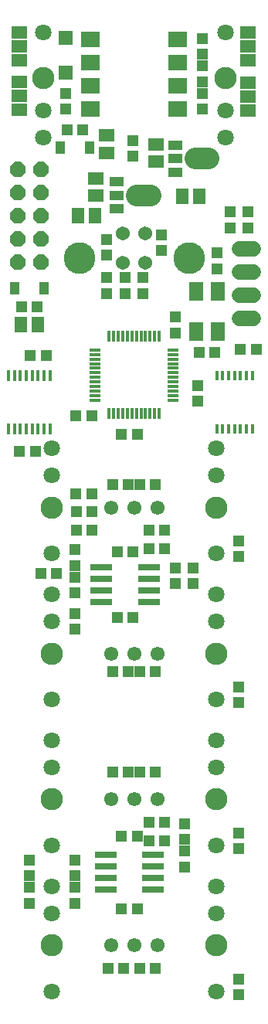
<source format=gbr>
G04 EAGLE Gerber RS-274X export*
G75*
%MOMM*%
%FSLAX34Y34*%
%LPD*%
%INSoldermask Bottom*%
%IPPOS*%
%AMOC8*
5,1,8,0,0,1.08239X$1,22.5*%
G01*
%ADD10C,1.802400*%
%ADD11C,2.438400*%
%ADD12R,1.152400X0.352400*%
%ADD13R,0.352400X1.152400*%
%ADD14C,1.532400*%
%ADD15C,3.468400*%
%ADD16C,1.552400*%
%ADD17R,0.450000X1.000000*%
%ADD18R,0.457200X1.143000*%
%ADD19R,1.252400X1.152400*%
%ADD20C,2.352400*%
%ADD21R,1.575000X1.050000*%
%ADD22R,1.202400X1.232400*%
%ADD23R,1.652400X1.452400*%
%ADD24R,1.452400X1.652400*%
%ADD25R,1.062400X1.372400*%
%ADD26R,1.152400X1.252400*%
%ADD27R,1.232400X1.202400*%
%ADD28R,1.552400X2.052400*%
%ADD29P,1.814519X8X112.500000*%
%ADD30C,1.676400*%
%ADD31R,2.352400X0.752400*%
%ADD32R,2.152400X1.752400*%
%ADD33R,1.552400X1.552400*%
%ADD34R,1.752600X1.320800*%


D10*
X55000Y495000D03*
X55000Y580000D03*
X55000Y610000D03*
D11*
X55000Y545000D03*
D10*
X55000Y335000D03*
X55000Y420000D03*
X55000Y450000D03*
D11*
X55000Y385000D03*
D10*
X55000Y175000D03*
X55000Y260000D03*
X55000Y290000D03*
D11*
X55000Y225000D03*
D10*
X55000Y15000D03*
X55000Y100000D03*
X55000Y130000D03*
D11*
X55000Y65000D03*
D10*
X235000Y495000D03*
X235000Y580000D03*
X235000Y610000D03*
D11*
X235000Y545000D03*
D10*
X235000Y335000D03*
X235000Y420000D03*
X235000Y450000D03*
D11*
X235000Y385000D03*
D10*
X235000Y175000D03*
X235000Y260000D03*
X235000Y290000D03*
D11*
X235000Y225000D03*
D10*
X235000Y15000D03*
X235000Y100000D03*
X235000Y130000D03*
D11*
X235000Y65000D03*
D12*
X187500Y717500D03*
X187500Y712500D03*
X187500Y707500D03*
X187500Y702500D03*
X187500Y697500D03*
X187500Y692500D03*
X187500Y687500D03*
X187500Y682500D03*
X187500Y677500D03*
X187500Y672500D03*
X187500Y667500D03*
X187500Y662500D03*
D13*
X172500Y647500D03*
X167500Y647500D03*
X162500Y647500D03*
X157500Y647500D03*
X152500Y647500D03*
X147500Y647500D03*
X142500Y647500D03*
X137500Y647500D03*
X132500Y647500D03*
X127500Y647500D03*
X122500Y647500D03*
X117500Y647500D03*
D12*
X102500Y662500D03*
X102500Y667500D03*
X102500Y672500D03*
X102500Y677500D03*
X102500Y682500D03*
X102500Y687500D03*
X102500Y692500D03*
X102500Y697500D03*
X102500Y702500D03*
X102500Y707500D03*
X102500Y712500D03*
X102500Y717500D03*
D13*
X117500Y732500D03*
X122500Y732500D03*
X127500Y732500D03*
X132500Y732500D03*
X137500Y732500D03*
X142500Y732500D03*
X147500Y732500D03*
X152500Y732500D03*
X157500Y732500D03*
X162500Y732500D03*
X167500Y732500D03*
X172500Y732500D03*
D14*
X132500Y845000D03*
X157500Y845000D03*
X157500Y813000D03*
X132500Y813000D03*
D15*
X84800Y818000D03*
X205200Y818000D03*
D16*
X170400Y545000D03*
X145000Y545000D03*
X119600Y545000D03*
X170400Y385000D03*
X145000Y385000D03*
X119600Y385000D03*
X170400Y225000D03*
X145000Y225000D03*
X119600Y225000D03*
X170400Y65000D03*
X145000Y65000D03*
X119600Y65000D03*
D17*
X274500Y630750D03*
X268000Y630750D03*
X261500Y630750D03*
X255000Y630750D03*
X248500Y630750D03*
X242000Y630750D03*
X235500Y630750D03*
X235500Y689250D03*
X242000Y689250D03*
X248500Y689250D03*
X255000Y689250D03*
X261500Y689250D03*
X268000Y689250D03*
X274500Y689250D03*
D18*
X52750Y630822D03*
X46250Y630822D03*
X39750Y630822D03*
X33250Y630822D03*
X26750Y630822D03*
X20250Y630822D03*
X13750Y630822D03*
X7250Y630822D03*
X7250Y689178D03*
X13750Y689178D03*
X20250Y689178D03*
X26750Y689178D03*
X33250Y689178D03*
X39750Y689178D03*
X46250Y689178D03*
X52750Y689178D03*
D19*
X260000Y508500D03*
X260000Y491500D03*
X260000Y348500D03*
X260000Y331500D03*
X260000Y188500D03*
X260000Y171500D03*
X260000Y28500D03*
X260000Y11500D03*
D20*
X162900Y887000D02*
X147900Y887000D01*
D21*
X126125Y872000D03*
X126125Y902000D03*
X126125Y887000D03*
D20*
X211900Y927000D02*
X226900Y927000D01*
D21*
X190125Y912000D03*
X190125Y942000D03*
X190125Y927000D03*
D22*
X278750Y718000D03*
X261250Y718000D03*
D23*
X103000Y905500D03*
X103000Y886500D03*
D24*
X102500Y865000D03*
X83500Y865000D03*
X197500Y886000D03*
X216500Y886000D03*
D23*
X169000Y942500D03*
X169000Y923500D03*
D24*
X20500Y745000D03*
X39500Y745000D03*
D23*
X115000Y952500D03*
X115000Y933500D03*
D25*
X63750Y939000D03*
X96250Y939000D03*
X46250Y785000D03*
X13750Y785000D03*
D26*
X71500Y959000D03*
X88500Y959000D03*
X21500Y765000D03*
X38500Y765000D03*
D19*
X144000Y946500D03*
X144000Y929500D03*
D27*
X250000Y851250D03*
X250000Y868750D03*
D28*
X237000Y782000D03*
X237000Y738000D03*
X213000Y738000D03*
X213000Y782000D03*
D22*
X216250Y715000D03*
X233750Y715000D03*
D27*
X236000Y806250D03*
X236000Y823750D03*
D29*
X42700Y814200D03*
X42700Y839600D03*
X42700Y865000D03*
X42700Y890400D03*
X42700Y915800D03*
X17300Y814200D03*
X17300Y839600D03*
X17300Y865000D03*
X17300Y890400D03*
X17300Y915800D03*
D30*
X260380Y751900D02*
X275620Y751900D01*
X275620Y777300D02*
X260380Y777300D01*
X260380Y802700D02*
X275620Y802700D01*
X275620Y828100D02*
X260380Y828100D01*
D31*
X161000Y466350D03*
X109000Y466350D03*
X161000Y479050D03*
X161000Y453650D03*
X161000Y440950D03*
X109000Y479050D03*
X109000Y453650D03*
X109000Y440950D03*
X166000Y151350D03*
X114000Y151350D03*
X166000Y164050D03*
X166000Y138650D03*
X166000Y125950D03*
X114000Y164050D03*
X114000Y138650D03*
X114000Y125950D03*
D26*
X178500Y500000D03*
X161500Y500000D03*
X178500Y520000D03*
X161500Y520000D03*
D19*
X210000Y478500D03*
X210000Y461500D03*
D27*
X190000Y478750D03*
X190000Y461250D03*
D19*
X80000Y428500D03*
X80000Y411500D03*
D26*
X59500Y473000D03*
X42500Y473000D03*
D19*
X80000Y498500D03*
X80000Y481500D03*
D27*
X80000Y468750D03*
X80000Y451250D03*
D26*
X178500Y180000D03*
X161500Y180000D03*
X178500Y200000D03*
X161500Y200000D03*
D19*
X200000Y198500D03*
X200000Y181500D03*
D27*
X200000Y168750D03*
X200000Y151250D03*
D19*
X80000Y128500D03*
X80000Y111500D03*
X30000Y128500D03*
X30000Y111500D03*
X30000Y158500D03*
X30000Y141500D03*
D27*
X80000Y158750D03*
X80000Y141250D03*
D22*
X148750Y625000D03*
X131250Y625000D03*
D27*
X215000Y661250D03*
X215000Y678750D03*
X190000Y736250D03*
X190000Y753750D03*
D22*
X98750Y645000D03*
X81250Y645000D03*
D19*
X270000Y851500D03*
X270000Y868500D03*
D22*
X126250Y496000D03*
X143750Y496000D03*
X126250Y424000D03*
X143750Y424000D03*
X131250Y185000D03*
X148750Y185000D03*
X131250Y105000D03*
X148750Y105000D03*
X81250Y560000D03*
X98750Y560000D03*
X36750Y606000D03*
X19250Y606000D03*
X31250Y711000D03*
X48750Y711000D03*
D26*
X98500Y540000D03*
X81500Y540000D03*
X81500Y520000D03*
X98500Y520000D03*
X121500Y570000D03*
X138500Y570000D03*
X168500Y570000D03*
X151500Y570000D03*
X121500Y365000D03*
X138500Y365000D03*
X168500Y365000D03*
X151500Y365000D03*
X121500Y255000D03*
X138500Y255000D03*
X168500Y255000D03*
X151500Y255000D03*
X116500Y40000D03*
X133500Y40000D03*
X168500Y40000D03*
X151500Y40000D03*
D19*
X115000Y796500D03*
X115000Y779500D03*
X155000Y796500D03*
X155000Y779500D03*
X135000Y779500D03*
X135000Y796500D03*
D27*
X115000Y838750D03*
X115000Y821250D03*
X175000Y826250D03*
X175000Y843750D03*
D10*
X45000Y1065000D03*
X45000Y980000D03*
X45000Y950000D03*
D11*
X45000Y1015000D03*
D10*
X245000Y1065000D03*
X245000Y980000D03*
X245000Y950000D03*
D11*
X245000Y1015000D03*
D32*
X97300Y981900D03*
X97300Y1007300D03*
X97300Y1032700D03*
X97300Y1058100D03*
X192700Y1058100D03*
X192700Y1032700D03*
X192700Y1007300D03*
X192700Y981900D03*
D19*
X70000Y981500D03*
X70000Y998500D03*
D33*
X70000Y1021000D03*
X70000Y1059000D03*
D19*
X220000Y998500D03*
X220000Y981500D03*
D34*
X19000Y1034760D03*
X19000Y1050000D03*
X19000Y1065240D03*
X19000Y980760D03*
X19000Y996000D03*
X19000Y1011240D03*
X270000Y1034760D03*
X270000Y1050000D03*
X270000Y1065240D03*
X270000Y979760D03*
X270000Y995000D03*
X270000Y1010240D03*
D19*
X220000Y1011500D03*
X220000Y1028500D03*
X220000Y1058500D03*
X220000Y1041500D03*
M02*

</source>
